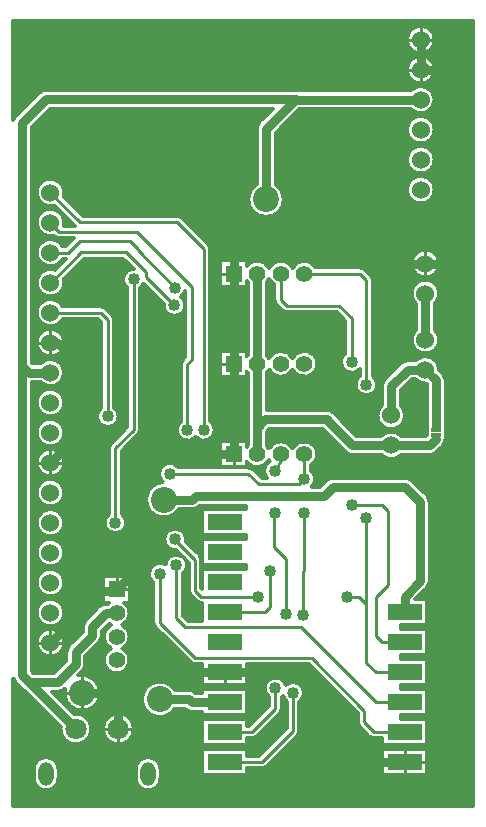
<source format=gtl>
G04 DesignSpark PCB Gerber Version 12.0 Build 5942*
%FSLAX35Y35*%
%MOMM*%
%AMT22*0 Bullet Pad at angle 0*4,1,26,-0.40000,-0.30000,0.40000,-0.30000,0.40000,-0.10000,0.39630,-0.04550,0.38520,0.00800,0.36690,0.05940,0.34180,0.10790,0.31030,0.15250,0.27300,0.19240,0.23060,0.22680,0.18400,0.25520,0.13390,0.27690,0.08130,0.29160,0.02720,0.29900,-0.02740,0.29900,-0.08150,0.29160,-0.13410,0.27690,-0.18420,0.25510,-0.23080,0.22670,-0.27310,0.19220,-0.31030,0.15230,-0.34180,0.10770,-0.36690,0.05920,-0.38520,0.00780,-0.39630,-0.04570,-0.40000,-0.10000,-0.40000,-0.30000,0*%
%ADD22T22*%
%ADD20O,1.30000X2.00000*%
%ADD17R,1.40000X1.42000*%
%ADD12C,0.25400*%
%ADD11C,0.30480*%
%ADD15C,0.60000*%
%ADD13C,0.80000*%
%ADD16C,1.01600*%
%ADD18C,1.40000*%
%ADD70C,1.52400*%
%ADD71C,1.80000*%
%ADD14C,2.20000*%
%ADD19R,3.00000X1.35000*%
%AMT21*0 Bullet Pad at angle 180*4,1,26,0.40000,0.30000,-0.40000,0.30000,-0.40000,0.10000,-0.39630,0.04550,-0.38520,-0.00800,-0.36690,-0.05940,-0.34180,-0.10790,-0.31030,-0.15250,-0.27300,-0.19240,-0.23060,-0.22680,-0.18400,-0.25520,-0.13390,-0.27690,-0.08130,-0.29160,-0.02720,-0.29900,0.02740,-0.29900,0.08150,-0.29160,0.13410,-0.27690,0.18420,-0.25510,0.23080,-0.22670,0.27310,-0.19220,0.31030,-0.15230,0.34180,-0.10770,0.36690,-0.05920,0.38520,-0.00780,0.39630,0.04570,0.40000,0.10000,0.40000,0.30000,0*%
%ADD21T21*%
%ADD23R,1.42000X1.40000*%
X0Y0D02*
D02*
D11*
X1021120Y2813480D02*
Y1741120D01*
X2990240D01*
Y2000140D01*
X2619640D01*
Y2216340D01*
X2990240D01*
Y2254140D01*
X2619640D01*
Y2470340D01*
X2990240D01*
Y2508140D01*
X2619640D01*
Y2535640D01*
X2543050D01*
G75*
G02*
X2473230Y2558230I-12810J79600D01*
G01*
X2471820Y2559640D01*
X2387500D01*
G75*
G02*
X2109600Y2640240I-127260J80600D01*
G01*
G75*
G02*
X2387500Y2720840I150640J0D01*
G01*
X2503260D01*
G75*
G02*
X2562250Y2697250I1980J-80600D01*
G01*
X2562660Y2696840D01*
X2619640D01*
Y2724340D01*
X2990240D01*
Y2762140D01*
X2619640D01*
Y2936940D01*
X2562410D01*
G75*
G02*
X2522520Y2952520I-2170J53300D01*
G01*
X2222520Y3252520D01*
G75*
G02*
X2206900Y3290240I37720J37720D01*
G01*
G75*
G02*
X2206940Y3292410I53350J100D01*
G01*
Y3630940D01*
G75*
G02*
X2309090Y3782540I53300J74300D01*
G01*
G75*
G02*
X2491680Y3775240I91150J-7300D01*
G01*
G75*
G02*
X2453540Y3700940I-91440J0D01*
G01*
Y3347380D01*
X2497380Y3303540D01*
X2619640D01*
Y3456940D01*
X2612410D01*
G75*
G02*
X2572520Y3472520I-2170J53300D01*
G01*
X2522520Y3522520D01*
G75*
G02*
X2506900Y3560240I37720J37720D01*
G01*
G75*
G02*
X2506940Y3562410I53350J100D01*
G01*
Y3798100D01*
X2400650Y3904390D01*
G75*
G02*
X2298800Y3995240I-10410J90850D01*
G01*
G75*
G02*
X2481680I91440J0D01*
G01*
G75*
G02*
X2479680Y3976240I-91430J20D01*
G01*
X2597960Y3857960D01*
G75*
G02*
X2613580Y3820240I-37720J-37720D01*
G01*
G75*
G02*
X2613540Y3818070I-53370J-100D01*
G01*
Y3582380D01*
X2619640Y3576280D01*
Y3740340D01*
X2990240D01*
Y3778140D01*
X2619640D01*
Y3994340D01*
X2990240D01*
Y4032140D01*
X2619640D01*
Y4248340D01*
X2990240D01*
Y4279640D01*
X2598680D01*
X2592260Y4273220D01*
G75*
G02*
X2532750Y4249640I-57020J57020D01*
G01*
X2422500D01*
G75*
G02*
X2144600Y4330240I-127260J80600D01*
G01*
G75*
G02*
X2239630Y4470240I150640J0D01*
G01*
X1938540D01*
Y4209540D01*
G75*
G02*
X1976680Y4135240I-53300J-74300D01*
G01*
G75*
G02*
X1793800I-91440J0D01*
G01*
G75*
G02*
X1831940Y4209540I91440J0D01*
G01*
Y4470240D01*
X1420400D01*
G75*
G02*
X1452080Y4390240I-85160J-80000D01*
G01*
G75*
G02*
X1218400I-116840J0D01*
G01*
G75*
G02*
X1250080Y4470240I116840J0D01*
G01*
X1175840D01*
Y2878680D01*
X1188680Y2865840D01*
X1366800D01*
X1469640Y2968680D01*
Y3037750D01*
G75*
G02*
X1469600Y3040240I80580J2540D01*
G01*
G75*
G02*
X1493220Y3097260I80640J0D01*
G01*
X1609640Y3213680D01*
Y3252750D01*
G75*
G02*
X1609600Y3255240I80580J2540D01*
G01*
G75*
G02*
X1633220Y3312260I80640J0D01*
G01*
X1748220Y3427260D01*
G75*
G02*
X1807730Y3450840I57020J-57020D01*
G01*
X1819450D01*
G75*
G02*
X1830060Y3459640I75790J-80580D01*
G01*
X1783640D01*
Y3680840D01*
X2006840D01*
Y3459640D01*
X1960420D01*
G75*
G02*
X1942580Y3270240I-65180J-89400D01*
G01*
G75*
G02*
Y3070240I-47340J-100000D01*
G01*
G75*
G02*
X1895240Y2859600I-47340J-100000D01*
G01*
G75*
G02*
X1847900Y3070240I0J110640D01*
G01*
G75*
G02*
Y3270240I47340J100000D01*
G01*
G75*
G02*
X1829950Y3280910I47310J100020D01*
G01*
X1770840Y3221800D01*
Y3182730D01*
G75*
G02*
X1770880Y3180240I-80620J-2540D01*
G01*
G75*
G02*
X1747260Y3123220I-80640J0D01*
G01*
X1630840Y3006800D01*
Y2937730D01*
G75*
G02*
X1630880Y2935240I-80620J-2540D01*
G01*
G75*
G02*
X1607260Y2878220I-80640J0D01*
G01*
X1570970Y2841930D01*
G75*
G02*
X1755880Y2695240I34270J-146690D01*
G01*
G75*
G02*
X1454600I-150640J0D01*
G01*
G75*
G02*
X1458550Y2729510I150640J0D01*
G01*
X1457260Y2728220D01*
G75*
G02*
X1397750Y2704640I-57020J57020D01*
G01*
X1349880D01*
X1534580Y2519940D01*
G75*
G02*
X1680880Y2390240I15660J-129700D01*
G01*
G75*
G02*
X1419600I-130640J0D01*
G01*
G75*
G02*
X1420540Y2405900I130650J20D01*
G01*
X1038220Y2788220D01*
G75*
G02*
X1021120Y2813480I57020J57020D01*
G01*
X2056640Y1975240D02*
Y2045240D01*
G75*
G02*
X2267840I105600J0D01*
G01*
Y1975240D01*
G75*
G02*
X2056640I-105600J0D01*
G01*
X1218400Y3120240D02*
G75*
G02*
X1452080I116840J0D01*
G01*
G75*
G02*
X1218400I-116840J0D01*
G01*
Y3374240D02*
G75*
G02*
X1452080I116840J0D01*
G01*
G75*
G02*
X1218400I-116840J0D01*
G01*
Y3628240D02*
G75*
G02*
X1452080I116840J0D01*
G01*
G75*
G02*
X1218400I-116840J0D01*
G01*
Y3882240D02*
G75*
G02*
X1452080I116840J0D01*
G01*
G75*
G02*
X1218400I-116840J0D01*
G01*
Y4136240D02*
G75*
G02*
X1452080I116840J0D01*
G01*
G75*
G02*
X1218400I-116840J0D01*
G01*
X1779600Y2390240D02*
G75*
G02*
X2040880I130640J0D01*
G01*
G75*
G02*
X1779600I-130640J0D01*
G01*
X1192640Y1975240D02*
Y2045240D01*
G75*
G02*
X1403840I105600J0D01*
G01*
Y1975240D01*
G75*
G02*
X1192640I-105600J0D01*
G01*
X1036360Y2010240D02*
G36*
X1036360Y2010240D02*
Y1756360D01*
X2975000D01*
Y2000140D01*
X2619640D01*
Y2010240D01*
X2267840D01*
Y1975240D01*
G75*
G02*
X2056640I-105600J0D01*
G01*
Y2010240D01*
X1403840D01*
Y1975240D01*
G75*
G02*
X1192640I-105600J0D01*
G01*
Y2010240D01*
X1036360D01*
G37*
Y2390240D02*
G36*
X1036360Y2390240D02*
Y2010240D01*
X1192640D01*
Y2045240D01*
G75*
G02*
X1403840I105600J0D01*
G01*
Y2010240D01*
X2056640D01*
Y2045240D01*
G75*
G02*
X2267840I105600J0D01*
G01*
Y2010240D01*
X2619640D01*
Y2216340D01*
X2975000D01*
Y2254140D01*
X2619640D01*
Y2390240D01*
X2040880D01*
G75*
G02*
X1779600I-130640J0D01*
G01*
X1680880D01*
G75*
G02*
X1419600I-130640J0D01*
G01*
X1036360D01*
G37*
Y2790140D02*
G36*
X1036360Y2790140D02*
Y2390240D01*
X1419600D01*
G75*
G02*
Y2390400I127320J80D01*
G01*
G75*
G02*
X1420540Y2405900I128240J0D01*
G01*
X1038220Y2788220D01*
G75*
G02*
X1036360Y2790140I56750J56840D01*
G01*
G37*
X1175840Y3120240D02*
G36*
X1175840Y3120240D02*
Y2878680D01*
X1188680Y2865840D01*
X1366800D01*
X1469640Y2968680D01*
Y3037750D01*
G75*
G02*
X1469600Y3040230I76910J2480D01*
G01*
G75*
G02*
Y3040240I81850J10D01*
G01*
G75*
G02*
X1493220Y3097260I80650J-10D01*
G01*
X1516200Y3120240D01*
X1452080D01*
G75*
G02*
X1218400I-116840J0D01*
G01*
X1175840D01*
G37*
X1397750Y2704640D02*
G36*
X1397750Y2704640D02*
X1349880D01*
X1534580Y2519940D01*
G75*
G02*
X1680880Y2390240I15660J-129700D01*
G01*
X1779600D01*
G75*
G02*
X2040880I130640J0D01*
G01*
X2619640D01*
Y2470340D01*
X2975000D01*
Y2508140D01*
X2619640D01*
Y2535640D01*
X2543050D01*
G75*
G02*
X2473230Y2558230I-12810J79590D01*
G01*
X2471820Y2559640D01*
X2387500D01*
G75*
G02*
X2109600Y2640240I-127260J80600D01*
G01*
G75*
G02*
X2387500Y2720840I150640J0D01*
G01*
X2503260D01*
G75*
G02*
X2562250Y2697250I1980J-80590D01*
G01*
X2562660Y2696840D01*
X2619640D01*
Y2724340D01*
X2975000D01*
Y2762140D01*
X2619640D01*
Y2936940D01*
X2562410D01*
G75*
G02*
X2522520Y2952520I-2180J53270D01*
G01*
X2354800Y3120240D01*
X1993940D01*
G75*
G02*
X1942580Y3070240I-98700J50010D01*
G01*
G75*
G02*
X2005880Y2970240I-47340J-100000D01*
G01*
G75*
G02*
X1895240Y2859600I-110640J0D01*
G01*
G75*
G02*
X1784600Y2970240I0J110640D01*
G01*
G75*
G02*
X1847900Y3070240I110640J0D01*
G01*
G75*
G02*
X1796540Y3120240I47340J100010D01*
G01*
X1744280D01*
X1630840Y3006800D01*
Y2937730D01*
G75*
G02*
X1630880Y2935250I-76910J-2480D01*
G01*
G75*
G02*
Y2935240I-81850J0D01*
G01*
G75*
G02*
X1607260Y2878220I-80650J10D01*
G01*
X1570970Y2841930D01*
G75*
G02*
X1755880Y2695240I34260J-146700D01*
G01*
G75*
G02*
X1454600I-150640J0D01*
G01*
G75*
G02*
Y2695260I190990J10D01*
G01*
G75*
G02*
X1458550Y2729510I150480J0D01*
G01*
X1457260Y2728220D01*
G75*
G02*
X1397750Y2704640I-57000J56980D01*
G01*
G37*
X1175840Y3374240D02*
G36*
X1175840Y3374240D02*
Y3120240D01*
X1218400D01*
G75*
G02*
X1452080I116840J0D01*
G01*
X1516200D01*
X1609640Y3213680D01*
Y3252750D01*
G75*
G02*
X1609600Y3255230I76910J2480D01*
G01*
G75*
G02*
Y3255240I81850J10D01*
G01*
G75*
G02*
X1633220Y3312260I80650J-10D01*
G01*
X1695200Y3374240D01*
X1452080D01*
G75*
G02*
X1218400I-116840J0D01*
G01*
X1175840D01*
G37*
X1747260Y3123220D02*
G36*
X1747260Y3123220D02*
X1744280Y3120240D01*
X1796540D01*
G75*
G02*
X1784600Y3170240I98700J50000D01*
G01*
G75*
G02*
X1847900Y3270240I110640J0D01*
G01*
G75*
G02*
X1829950Y3280910I47090J99660D01*
G01*
X1770840Y3221800D01*
Y3182730D01*
G75*
G02*
X1770880Y3180250I-76910J-2480D01*
G01*
G75*
G02*
Y3180240I-81850J0D01*
G01*
G75*
G02*
X1747260Y3123220I-80650J10D01*
G01*
G37*
X2005880Y3370240D02*
G36*
X2005880Y3370240D02*
G75*
G02*
X1942580Y3270240I-110640J0D01*
G01*
G75*
G02*
X2005880Y3170240I-47340J-100000D01*
G01*
G75*
G02*
X1993940Y3120240I-110640J0D01*
G01*
X2354800D01*
X2222520Y3252520D01*
G75*
G02*
X2206900Y3290240I37760J37730D01*
G01*
G75*
G02*
X2206940Y3292410I59450J-10D01*
G01*
Y3374240D01*
X2005810D01*
G75*
G02*
X2005880Y3370240I-110560J-3940D01*
G01*
G37*
X2453540Y3374240D02*
G36*
X2453540Y3374240D02*
Y3347380D01*
X2497380Y3303540D01*
X2619640D01*
Y3374240D01*
X2453540D01*
G37*
X1175840Y3628240D02*
G36*
X1175840Y3628240D02*
Y3374240D01*
X1218400D01*
G75*
G02*
X1452080I116840J0D01*
G01*
X1695200D01*
X1748220Y3427260D01*
G75*
G02*
X1807730Y3450840I57020J-57020D01*
G01*
X1819450D01*
G75*
G02*
X1830060Y3459640I75100J-79760D01*
G01*
X1783640D01*
Y3628240D01*
X1452080D01*
G75*
G02*
X1218400I-116840J0D01*
G01*
X1175840D01*
G37*
X1960420Y3459640D02*
G36*
X1960420Y3459640D02*
G75*
G02*
X2005810Y3374240I-65180J-89410D01*
G01*
X2206940D01*
Y3628240D01*
X2006840D01*
Y3459640D01*
X1960420D01*
G37*
X2453540Y3628240D02*
G36*
X2453540Y3628240D02*
Y3374240D01*
X2619640D01*
Y3456940D01*
X2612410D01*
G75*
G02*
X2572520Y3472520I-2180J53270D01*
G01*
X2522520Y3522520D01*
G75*
G02*
X2506900Y3560240I37760J37730D01*
G01*
G75*
G02*
X2506940Y3562410I59450J-10D01*
G01*
Y3628240D01*
X2453540D01*
G37*
X2613540D02*
G36*
X2613540Y3628240D02*
Y3582380D01*
X2619640Y3576280D01*
Y3628240D01*
X2613540D01*
G37*
X1175840Y3882240D02*
G36*
X1175840Y3882240D02*
Y3628240D01*
X1218400D01*
G75*
G02*
X1452080I116840J0D01*
G01*
X1783640D01*
Y3680840D01*
X2006840D01*
Y3628240D01*
X2206940D01*
Y3630940D01*
G75*
G02*
X2168800Y3705240I53300J74300D01*
G01*
G75*
G02*
X2309090Y3782540I91440J0D01*
G01*
G75*
G02*
X2491680Y3775240I91150J-7300D01*
G01*
G75*
G02*
Y3775230I-114590J0D01*
G01*
G75*
G02*
X2453540Y3700940I-91420J0D01*
G01*
Y3628240D01*
X2506940D01*
Y3798100D01*
X2422800Y3882240D01*
X1452080D01*
G75*
G02*
X1218400I-116840J0D01*
G01*
X1175840D01*
G37*
X2573680D02*
G36*
X2573680Y3882240D02*
X2597960Y3857960D01*
G75*
G02*
X2613580Y3820240I-37760J-37730D01*
G01*
G75*
G02*
Y3820230I-63660J0D01*
G01*
G75*
G02*
X2613540Y3818070I-58360J0D01*
G01*
Y3628240D01*
X2619640D01*
Y3740340D01*
X2975000D01*
Y3778140D01*
X2619640D01*
Y3882240D01*
X2573680D01*
G37*
X1175840Y4136240D02*
G36*
X1175840Y4136240D02*
Y3882240D01*
X1218400D01*
G75*
G02*
X1452080I116840J0D01*
G01*
X2422800D01*
X2400650Y3904390D01*
G75*
G02*
X2298800Y3995240I-10410J90850D01*
G01*
G75*
G02*
X2481680I91440J0D01*
G01*
G75*
G02*
Y3995220I-88150J-10D01*
G01*
G75*
G02*
X2479680Y3976240I-91060J0D01*
G01*
X2573680Y3882240D01*
X2619640D01*
Y3994340D01*
X2975000D01*
Y4032140D01*
X2619640D01*
Y4136240D01*
X1976670D01*
G75*
G02*
X1976680Y4135250I-91480J-1420D01*
G01*
G75*
G02*
Y4135240I-114590J0D01*
G01*
G75*
G02*
X1793800I-91440J0D01*
G01*
G75*
G02*
Y4135250I114590J10D01*
G01*
G75*
G02*
X1793810Y4136240I91490J-430D01*
G01*
X1452080D01*
G75*
G02*
X1218400I-116840J0D01*
G01*
X1175840D01*
G37*
Y4455000D02*
G36*
X1175840Y4455000D02*
Y4136240D01*
X1218400D01*
G75*
G02*
X1452080I116840J0D01*
G01*
X1793810D01*
G75*
G02*
X1831940Y4209540I91420J-990D01*
G01*
Y4455000D01*
X1432490D01*
G75*
G02*
X1452080Y4390240I-97290J-64770D01*
G01*
G75*
G02*
X1218400I-116840J0D01*
G01*
G75*
G02*
X1237990Y4455000I116880J-10D01*
G01*
X1175840D01*
G37*
X1938540D02*
G36*
X1938540Y4455000D02*
Y4209540D01*
G75*
G02*
X1976670Y4136240I-53290J-74290D01*
G01*
X2619640D01*
Y4248340D01*
X2975000D01*
Y4279640D01*
X2598680D01*
X2592260Y4273220D01*
G75*
G02*
X2532750Y4249640I-57000J56980D01*
G01*
X2422500D01*
G75*
G02*
X2144600Y4330240I-127260J80600D01*
G01*
G75*
G02*
X2210820Y4455000I150640J-10D01*
G01*
X1938540D01*
G37*
X1021120Y8379360D02*
Y7549000D01*
G75*
G02*
X1038220Y7574260I74120J-31760D01*
G01*
X1241220Y7777260D01*
G75*
G02*
X1300730Y7800840I57020J-57020D01*
G01*
X3407750D01*
G75*
G02*
X3432170Y7797840I2490J-80610D01*
G01*
X4385650D01*
G75*
G02*
X4587080Y7717240I84590J-80600D01*
G01*
G75*
G02*
X4385650Y7636640I-116840J0D01*
G01*
X3440680D01*
X3240840Y7436800D01*
Y7002500D01*
G75*
G02*
X3310880Y6875240I-80600J-127260D01*
G01*
G75*
G02*
X3009600I-150640J0D01*
G01*
G75*
G02*
X3079640Y7002500I150640J0D01*
G01*
Y7467750D01*
G75*
G02*
X3079600Y7470240I80580J2540D01*
G01*
G75*
G02*
X3103220Y7527260I80640J0D01*
G01*
X3215600Y7639640D01*
X1331680D01*
X1175840Y7483800D01*
Y5493680D01*
X1182680Y5486840D01*
X1250650D01*
G75*
G02*
X1452080Y5406240I84590J-80600D01*
G01*
G75*
G02*
X1250650Y5325640I-116840J0D01*
G01*
X1175840D01*
Y4180240D01*
X1227000D01*
G75*
G02*
X1443480I108240J-44000D01*
G01*
X1805640D01*
G75*
G02*
X1831940Y4209540I79600J-45000D01*
G01*
Y4763070D01*
G75*
G02*
X1831900Y4765240I53310J2070D01*
G01*
G75*
G02*
X1847520Y4802960I53340J0D01*
G01*
X1986940Y4942380D01*
Y6120940D01*
G75*
G02*
X2041070Y6286680I53300J74300D01*
G01*
X1953220Y6371940D01*
X1617380D01*
X1447180Y6201740D01*
G75*
G02*
X1452080Y6168240I-111950J-33480D01*
G01*
G75*
G02*
X1218400I-116840J0D01*
G01*
G75*
G02*
X1373280Y6278720I116840J0D01*
G01*
X1463500Y6368940D01*
X1439210D01*
G75*
G02*
X1218400Y6422240I-103970J53300D01*
G01*
G75*
G02*
X1439210Y6475540I116840J0D01*
G01*
X1465100D01*
X1531500Y6541940D01*
X1412410D01*
G75*
G02*
X1372520Y6557520I-2170J53300D01*
G01*
X1366410Y6563630D01*
G75*
G02*
X1218400Y6676240I-31170J112610D01*
G01*
G75*
G02*
X1452080I116840J0D01*
G01*
G75*
G02*
X1448750Y6648540I-116840J0D01*
G01*
X1541500D01*
X1371030Y6819010D01*
G75*
G02*
X1218400Y6930240I-35790J111230D01*
G01*
G75*
G02*
X1452080I116840J0D01*
G01*
G75*
G02*
X1446470Y6894450I-116860J-20D01*
G01*
X1607380Y6733540D01*
X2408070D01*
G75*
G02*
X2447960Y6717960I2170J-53300D01*
G01*
X2672960Y6492960D01*
G75*
G02*
X2688580Y6455240I-37720J-37720D01*
G01*
G75*
G02*
X2688540Y6453070I-53370J-100D01*
G01*
Y4994540D01*
G75*
G02*
X2726680Y4920240I-53300J-74300D01*
G01*
G75*
G02*
X2565240Y4861410I-91440J0D01*
G01*
G75*
G02*
X2403800Y4920240I-70000J58830D01*
G01*
G75*
G02*
X2441940Y4994540I91440J0D01*
G01*
Y5478070D01*
G75*
G02*
X2441900Y5480240I53310J2070D01*
G01*
G75*
G02*
X2457520Y5517960I53340J0D01*
G01*
X2476940Y5537380D01*
Y6096180D01*
G75*
G02*
X2439960Y6048500I-86700J29060D01*
G01*
G75*
G02*
X2476680Y5975240I-54720J-73260D01*
G01*
G75*
G02*
X2293800I-91440J0D01*
G01*
G75*
G02*
X2295000Y5990040I91460J30D01*
G01*
X2124740Y6160300D01*
G75*
G02*
X2093540Y6120940I-84500J34940D01*
G01*
Y4922410D01*
G75*
G02*
X2093580Y4920240I-53330J-2070D01*
G01*
G75*
G02*
X2077960Y4882520I-53340J0D01*
G01*
X1938540Y4743100D01*
Y4209540D01*
G75*
G02*
X1964840Y4180240I-53300J-74300D01*
G01*
X2281370D01*
G75*
G02*
X2285990Y4480600I13870J150000D01*
G01*
G75*
G02*
X2253800Y4550240I59250J69640D01*
G01*
G75*
G02*
X2419540Y4603540I91440J0D01*
G01*
X3008070D01*
G75*
G02*
X3047960Y4587960I2170J-53300D01*
G01*
X3122380Y4513540D01*
X3167750D01*
G75*
G02*
X3191940Y4655780I67490J61700D01*
G01*
G75*
G02*
X3185240Y4667900I93280J59480D01*
G01*
G75*
G02*
X2995840Y4650060I-100000J47340D01*
G01*
Y4603640D01*
X2774640D01*
Y4826840D01*
X2995840D01*
Y4780420D01*
G75*
G02*
X3004640Y4791030I89380J-65180D01*
G01*
Y4937750D01*
G75*
G02*
X3004600Y4940240I80580J2540D01*
G01*
G75*
G02*
X3004640Y4942730I80620J-50D01*
G01*
Y5404450D01*
G75*
G02*
X2995840Y5415060I80580J75790D01*
G01*
Y5368640D01*
X2774640D01*
Y5591840D01*
X2995840D01*
Y5545420D01*
G75*
G02*
X3004640Y5556030I89380J-65180D01*
G01*
Y6169450D01*
G75*
G02*
X2995840Y6180060I80580J75790D01*
G01*
Y6133640D01*
X2774640D01*
Y6356840D01*
X2995840D01*
Y6310420D01*
G75*
G02*
X3185240Y6292580I89400J-65180D01*
G01*
G75*
G02*
X3385240I100000J-47340D01*
G01*
G75*
G02*
X3582200Y6298540I100000J-47340D01*
G01*
X3953070D01*
G75*
G02*
X3992960Y6282960I2170J-53300D01*
G01*
X4047960Y6227960D01*
G75*
G02*
X4063580Y6190240I-37720J-37720D01*
G01*
G75*
G02*
X4063540Y6188070I-53370J-100D01*
G01*
Y5379540D01*
G75*
G02*
X4101680Y5305240I-53300J-74300D01*
G01*
G75*
G02*
X3918800I-91440J0D01*
G01*
G75*
G02*
X3956940Y5379540I91440J0D01*
G01*
Y5438490D01*
G75*
G02*
X3793800Y5495240I-71700J56750D01*
G01*
G75*
G02*
X3831940Y5569540I91440J0D01*
G01*
Y5843100D01*
X3758100Y5916940D01*
X3337410D01*
G75*
G02*
X3297520Y5932520I-2170J53300D01*
G01*
X3247520Y5982520D01*
G75*
G02*
X3231900Y6020240I37720J37720D01*
G01*
G75*
G02*
X3231940Y6022410I53350J100D01*
G01*
Y6148280D01*
G75*
G02*
X3185240Y6197900I53310J96960D01*
G01*
G75*
G02*
X3165840Y6169450I-99990J47340D01*
G01*
Y5556030D01*
G75*
G02*
X3185240Y5527580I-80590J-75790D01*
G01*
G75*
G02*
X3385240I100000J-47340D01*
G01*
G75*
G02*
X3595880Y5480240I100000J-47340D01*
G01*
G75*
G02*
X3385240Y5432900I-110640J0D01*
G01*
G75*
G02*
X3185240I-100000J47340D01*
G01*
G75*
G02*
X3165840Y5404450I-99990J47340D01*
G01*
Y5090840D01*
X3672330D01*
G75*
G02*
X3732270Y5067270I2910J-80600D01*
G01*
X3734260Y5065280D01*
G75*
G02*
X3745280Y5055270I-49030J-65040D01*
G01*
X3800280Y4995270D01*
G75*
G02*
X3805340Y4989180I-60050J-55040D01*
G01*
X3923680Y4870840D01*
X4135650D01*
G75*
G02*
X4304830I84590J-80600D01*
G01*
X4511800D01*
X4519640Y4878680D01*
Y4930840D01*
X4519830D01*
G75*
G02*
X4520260Y4935240I80410J-5640D01*
G01*
G75*
G02*
X4519640Y4945240I79970J9980D01*
G01*
Y5306800D01*
X4513010Y5313430D01*
G75*
G02*
X4425650Y5349640I-2770J116810D01*
G01*
X4393680D01*
X4300840Y5256800D01*
Y5128830D01*
G75*
G02*
X4337080Y5044240I-80600J-84590D01*
G01*
G75*
G02*
X4103400I-116840J0D01*
G01*
G75*
G02*
X4139640Y5128830I116840J0D01*
G01*
Y5287750D01*
G75*
G02*
X4139600Y5290240I80580J2540D01*
G01*
G75*
G02*
X4163220Y5347260I80640J0D01*
G01*
X4303220Y5487260D01*
G75*
G02*
X4362730Y5510840I57020J-57020D01*
G01*
X4425650D01*
G75*
G02*
X4627080Y5430240I84590J-80600D01*
G01*
G75*
G02*
X4627050Y5427470I-116970J-120D01*
G01*
X4657260Y5397260D01*
G75*
G02*
X4680880Y5340240I-57020J-57020D01*
G01*
G75*
G02*
X4680840Y5337750I-80660J50D01*
G01*
Y4945240D01*
G75*
G02*
X4680220Y4935240I-80600J-20D01*
G01*
G75*
G02*
X4680650Y4930840I-79980J-10040D01*
G01*
X4680840D01*
Y4864640D01*
X4680650D01*
G75*
G02*
X4679880Y4857860I-80470J5700D01*
G01*
G75*
G02*
X4680880Y4845240I-79620J-12660D01*
G01*
G75*
G02*
X4657260Y4788220I-80640J0D01*
G01*
X4602260Y4733220D01*
G75*
G02*
X4542750Y4709640I-57020J57020D01*
G01*
X4304830D01*
G75*
G02*
X4135650I-84590J80600D01*
G01*
X3892730D01*
G75*
G02*
X3833220Y4733220I-2490J80600D01*
G01*
X3691300Y4875140D01*
G75*
G02*
X3680200Y4885210I48940J65100D01*
G01*
X3639470Y4929640D01*
X3188680D01*
X3165840Y4906800D01*
Y4791030D01*
G75*
G02*
X3185240Y4762580I-80590J-75790D01*
G01*
G75*
G02*
X3385240I100000J-47340D01*
G01*
G75*
G02*
X3595880Y4715240I100000J-47340D01*
G01*
G75*
G02*
X3538540Y4618280I-110650J0D01*
G01*
Y4579540D01*
G75*
G02*
X3550150Y4440840I-53300J-74300D01*
G01*
X3616800D01*
X3668220Y4492260D01*
G75*
G02*
X3727730Y4515840I57020J-57020D01*
G01*
X4337750D01*
G75*
G02*
X4397260Y4492260I2490J-80600D01*
G01*
X4522260Y4367260D01*
G75*
G02*
X4545880Y4310240I-57020J-57020D01*
G01*
G75*
G02*
X4545840Y4307750I-80660J50D01*
G01*
Y4180240D01*
X4909360D01*
Y8379360D01*
X1021120D01*
X4353400Y7971240D02*
G75*
G02*
X4587080I116840J0D01*
G01*
G75*
G02*
X4353400I-116840J0D01*
G01*
Y8225240D02*
G75*
G02*
X4587080I116840J0D01*
G01*
G75*
G02*
X4353400I-116840J0D01*
G01*
Y6955240D02*
G75*
G02*
X4587080I116840J0D01*
G01*
G75*
G02*
X4353400I-116840J0D01*
G01*
X4393400Y5684240D02*
G75*
G02*
X4429640Y5768830I116840J0D01*
G01*
Y5990650D01*
G75*
G02*
X4393400Y6075240I80600J84590D01*
G01*
G75*
G02*
X4627080I116840J0D01*
G01*
G75*
G02*
X4590840Y5990650I-116840J0D01*
G01*
Y5768830D01*
G75*
G02*
X4627080Y5684240I-80600J-84590D01*
G01*
G75*
G02*
X4393400I-116840J0D01*
G01*
Y6329240D02*
G75*
G02*
X4627080I116840J0D01*
G01*
G75*
G02*
X4393400I-116840J0D01*
G01*
X4353400Y7209240D02*
G75*
G02*
X4587080I116840J0D01*
G01*
G75*
G02*
X4353400I-116840J0D01*
G01*
Y7463240D02*
G75*
G02*
X4587080I116840J0D01*
G01*
G75*
G02*
X4353400I-116840J0D01*
G01*
X1218400Y5660240D02*
G75*
G02*
X1452080I116840J0D01*
G01*
G75*
G02*
X1218400I-116840J0D01*
G01*
Y5914240D02*
G75*
G02*
X1439210Y5967540I116840J0D01*
G01*
X1759070D01*
G75*
G02*
X1798960Y5951960I2170J-53300D01*
G01*
X1857960Y5892960D01*
G75*
G02*
X1873580Y5855240I-37720J-37720D01*
G01*
G75*
G02*
X1873540Y5853070I-53370J-100D01*
G01*
Y5109540D01*
G75*
G02*
X1911680Y5035240I-53300J-74300D01*
G01*
G75*
G02*
X1728800I-91440J0D01*
G01*
G75*
G02*
X1766940Y5109540I91440J0D01*
G01*
Y5833100D01*
X1739100Y5860940D01*
X1439210D01*
G75*
G02*
X1218400Y5914240I-103970J53300D01*
G01*
Y4390240D02*
G75*
G02*
X1452080I116840J0D01*
G01*
G75*
G02*
X1218400I-116840J0D01*
G01*
Y4644240D02*
G75*
G02*
X1452080I116840J0D01*
G01*
G75*
G02*
X1218400I-116840J0D01*
G01*
Y4898240D02*
G75*
G02*
X1452080I116840J0D01*
G01*
G75*
G02*
X1218400I-116840J0D01*
G01*
Y5152240D02*
G75*
G02*
X1452080I116840J0D01*
G01*
G75*
G02*
X1218400I-116840J0D01*
G01*
X1175840Y4390240D02*
G36*
X1175840Y4390240D02*
Y4195480D01*
X1234530D01*
G75*
G02*
X1435950I100710J-59240D01*
G01*
X1816450D01*
G75*
G02*
X1831940Y4209540I68750J-60180D01*
G01*
Y4390240D01*
X1452080D01*
G75*
G02*
X1218400I-116840J0D01*
G01*
X1175840D01*
G37*
X1938540D02*
G36*
X1938540Y4390240D02*
Y4209540D01*
G75*
G02*
X1954030Y4195480I-53260J-74240D01*
G01*
X2227910D01*
G75*
G02*
X2144590Y4330240I67320J134760D01*
G01*
G75*
G02*
X2157060Y4390240I150660J-20D01*
G01*
X1938540D01*
G37*
X4499280D02*
G36*
X4499280Y4390240D02*
X4522260Y4367260D01*
G75*
G02*
X4545880Y4310240I-57030J-57030D01*
G01*
G75*
G02*
X4545840Y4307750I-78190J10D01*
G01*
Y4195480D01*
X4894120D01*
Y4390240D01*
X4499280D01*
G37*
X1175840Y4644240D02*
G36*
X1175840Y4644240D02*
Y4390240D01*
X1218400D01*
G75*
G02*
X1452080I116840J0D01*
G01*
X1831940D01*
Y4644240D01*
X1452080D01*
G75*
G02*
X1218400I-116840J0D01*
G01*
X1175840D01*
G37*
X1938540D02*
G36*
X1938540Y4644240D02*
Y4390240D01*
X2157060D01*
G75*
G02*
X2285990Y4480600I138180J-59990D01*
G01*
G75*
G02*
X2253800Y4550240I59260J69650D01*
G01*
G75*
G02*
X2419540Y4603540I91440J0D01*
G01*
X3008070D01*
G75*
G02*
X3047960Y4587960I2180J-53270D01*
G01*
X3122380Y4513540D01*
X3167750D01*
G75*
G02*
X3143800Y4575240I67490J61700D01*
G01*
G75*
G02*
X3175230Y4644240I91440J10D01*
G01*
X3170090D01*
G75*
G02*
X3000390I-84850J71000D01*
G01*
X2995840D01*
Y4603640D01*
X2774640D01*
Y4644240D01*
X1938540D01*
G37*
X3538540Y4618280D02*
G36*
X3538540Y4618280D02*
Y4579540D01*
G75*
G02*
X3576680Y4505240I-53300J-74300D01*
G01*
G75*
G02*
X3550150Y4440840I-91440J0D01*
G01*
X3616800D01*
X3668220Y4492260D01*
G75*
G02*
X3727730Y4515840I57020J-57020D01*
G01*
X4337750D01*
G75*
G02*
X4397260Y4492260I2490J-80600D01*
G01*
X4499280Y4390240D01*
X4894120D01*
Y4644240D01*
X3570090D01*
G75*
G02*
X3538540Y4618280I-84880J71010D01*
G01*
G37*
X1175840Y4898240D02*
G36*
X1175840Y4898240D02*
Y4644240D01*
X1218400D01*
G75*
G02*
X1452080I116840J0D01*
G01*
X1831940D01*
Y4763070D01*
G75*
G02*
X1831900Y4765230I58320J2160D01*
G01*
G75*
G02*
Y4765240I63660J10D01*
G01*
G75*
G02*
X1847520Y4802960I53380J-10D01*
G01*
X1942800Y4898240D01*
X1452080D01*
G75*
G02*
X1218400I-116840J0D01*
G01*
X1175840D01*
G37*
X1938540Y4743100D02*
G36*
X1938540Y4743100D02*
Y4644240D01*
X2774640D01*
Y4826840D01*
X2995840D01*
Y4780420D01*
G75*
G02*
X3004640Y4791030I88560J-64490D01*
G01*
Y4898240D01*
X2723990D01*
G75*
G02*
X2565240Y4861410I-88750J22000D01*
G01*
G75*
G02*
X2406490Y4898240I-70000J58830D01*
G01*
X2088830D01*
G75*
G02*
X2077960Y4882520I-48630J22010D01*
G01*
X1938540Y4743100D01*
G37*
X2995840Y4650060D02*
G36*
X2995840Y4650060D02*
Y4644240D01*
X3000390D01*
G75*
G02*
X2995840Y4650060I84870J71040D01*
G01*
G37*
X3165840Y4898240D02*
G36*
X3165840Y4898240D02*
Y4791030D01*
G75*
G02*
X3185240Y4762580I-80590J-75790D01*
G01*
G75*
G02*
X3385240I100000J-47340D01*
G01*
G75*
G02*
X3595880Y4715240I100000J-47340D01*
G01*
G75*
G02*
X3570090Y4644240I-110670J20D01*
G01*
X4894120D01*
Y4898240D01*
X4680840D01*
Y4864640D01*
X4680650D01*
G75*
G02*
X4679880Y4857860I-76800J5290D01*
G01*
G75*
G02*
X4680880Y4845250I-79010J-12610D01*
G01*
G75*
G02*
Y4845240I-81850J0D01*
G01*
G75*
G02*
X4657260Y4788220I-80650J10D01*
G01*
X4602260Y4733220D01*
G75*
G02*
X4542750Y4709640I-57000J56980D01*
G01*
X4304830D01*
G75*
G02*
X4135650I-84590J80600D01*
G01*
X3892730D01*
G75*
G02*
X3833220Y4733220I-2490J80600D01*
G01*
X3691300Y4875140D01*
G75*
G02*
X3680200Y4885210I49270J65460D01*
G01*
X3668260Y4898240D01*
X3165840D01*
G37*
X3170090Y4644240D02*
G36*
X3170090Y4644240D02*
X3175230D01*
G75*
G02*
X3191940Y4655780I60000J-69020D01*
G01*
G75*
G02*
X3185240Y4667900I92150J58850D01*
G01*
G75*
G02*
X3170090Y4644240I-100010J47360D01*
G01*
G37*
X3896280Y4898240D02*
G36*
X3896280Y4898240D02*
X3923680Y4870840D01*
X4135650D01*
G75*
G02*
X4175660Y4898240I84590J-80610D01*
G01*
X3896280D01*
G37*
X4264820D02*
G36*
X4264820Y4898240D02*
G75*
G02*
X4304830Y4870840I-44580J-108010D01*
G01*
X4511800D01*
X4519640Y4878680D01*
Y4898240D01*
X4264820D01*
G37*
X1175840Y5152240D02*
G36*
X1175840Y5152240D02*
Y4898240D01*
X1218400D01*
G75*
G02*
X1452080I116840J0D01*
G01*
X1942800D01*
X1986940Y4942380D01*
Y5152240D01*
X1873540D01*
Y5109540D01*
G75*
G02*
X1911680Y5035250I-53280J-74290D01*
G01*
G75*
G02*
Y5035240I-114590J0D01*
G01*
G75*
G02*
X1728800I-91440J0D01*
G01*
G75*
G02*
Y5035250I114590J10D01*
G01*
G75*
G02*
X1766940Y5109540I91420J0D01*
G01*
Y5152240D01*
X1452080D01*
G75*
G02*
X1218400I-116840J0D01*
G01*
X1175840D01*
G37*
X2093540D02*
G36*
X2093540Y5152240D02*
Y4922410D01*
G75*
G02*
X2093580Y4920250I-58320J-2160D01*
G01*
G75*
G02*
Y4920240I-63660J0D01*
G01*
G75*
G02*
X2088830Y4898240I-53380J10D01*
G01*
X2406490D01*
G75*
G02*
X2403800Y4920240I88760J22020D01*
G01*
G75*
G02*
Y4920250I114590J10D01*
G01*
G75*
G02*
X2441940Y4994540I91420J0D01*
G01*
Y5152240D01*
X2093540D01*
G37*
X2688540D02*
G36*
X2688540Y5152240D02*
Y4994540D01*
G75*
G02*
X2726680Y4920250I-53280J-74290D01*
G01*
G75*
G02*
Y4920240I-114590J0D01*
G01*
G75*
G02*
X2723990Y4898240I-91450J20D01*
G01*
X3004640D01*
Y4937750D01*
G75*
G02*
X3004600Y4940230I76910J2480D01*
G01*
G75*
G02*
Y4940240I81850J10D01*
G01*
G75*
G02*
Y4940250I81850J10D01*
G01*
G75*
G02*
X3004640Y4942730I76950J0D01*
G01*
Y5152240D01*
X2688540D01*
G37*
X3165840Y4906800D02*
G36*
X3165840Y4906800D02*
Y4898240D01*
X3668260D01*
X3639470Y4929640D01*
X3188680D01*
X3165840Y4906800D01*
G37*
Y5152240D02*
G36*
X3165840Y5152240D02*
Y5090840D01*
X3672330D01*
G75*
G02*
X3732270Y5067270I2910J-80600D01*
G01*
X3734260Y5065280D01*
G75*
G02*
X3745280Y5055270I-48620J-64600D01*
G01*
X3800280Y4995270D01*
G75*
G02*
X3805340Y4989180I-60630J-55530D01*
G01*
X3896280Y4898240D01*
X4175660D01*
G75*
G02*
X4264820I44580J-108000D01*
G01*
X4519640D01*
Y4930840D01*
X4519830D01*
G75*
G02*
X4520260Y4935240I70010J-4620D01*
G01*
G75*
G02*
X4519640Y4945080I77750J9840D01*
G01*
G75*
G02*
Y4945240I78350J80D01*
G01*
Y5152240D01*
X4300840D01*
Y5128830D01*
G75*
G02*
X4337080Y5044240I-80600J-84590D01*
G01*
G75*
G02*
X4103400I-116840J0D01*
G01*
G75*
G02*
X4139640Y5128830I116840J0D01*
G01*
Y5152240D01*
X3165840D01*
G37*
X4680220Y4935240D02*
G36*
X4680220Y4935240D02*
G75*
G02*
X4680650Y4930840I-69580J-9020D01*
G01*
X4680840D01*
Y4898240D01*
X4894120D01*
Y5152240D01*
X4680840D01*
Y4945240D01*
G75*
G02*
Y4945080I-78350J-80D01*
G01*
G75*
G02*
X4680220Y4935240I-78370J0D01*
G01*
G37*
X1175840Y5325640D02*
G36*
X1175840Y5325640D02*
Y5152240D01*
X1218400D01*
G75*
G02*
X1452080I116840J0D01*
G01*
X1766940D01*
Y5660240D01*
X1452080D01*
G75*
G02*
X1218400I-116840J0D01*
G01*
X1175840D01*
Y5493680D01*
X1182680Y5486840D01*
X1250650D01*
G75*
G02*
X1452080Y5406240I84590J-80600D01*
G01*
G75*
G02*
X1250650Y5325640I-116840J0D01*
G01*
X1175840D01*
G37*
X1873540Y5660240D02*
G36*
X1873540Y5660240D02*
Y5152240D01*
X1986940D01*
Y5660240D01*
X1873540D01*
G37*
X2093540D02*
G36*
X2093540Y5660240D02*
Y5152240D01*
X2441940D01*
Y5478070D01*
G75*
G02*
X2441900Y5480230I58320J2160D01*
G01*
G75*
G02*
Y5480240I63660J10D01*
G01*
G75*
G02*
X2457520Y5517960I53380J-10D01*
G01*
X2476940Y5537380D01*
Y5660240D01*
X2093540D01*
G37*
X2688540D02*
G36*
X2688540Y5660240D02*
Y5152240D01*
X3004640D01*
Y5404450D01*
G75*
G02*
X2995840Y5415060I79760J75100D01*
G01*
Y5368640D01*
X2774640D01*
Y5591840D01*
X2995840D01*
Y5545420D01*
G75*
G02*
X3004640Y5556030I88560J-64490D01*
G01*
Y5660240D01*
X2688540D01*
G37*
X3165840Y5404450D02*
G36*
X3165840Y5404450D02*
Y5152240D01*
X4139640D01*
Y5287750D01*
G75*
G02*
X4139600Y5290230I76910J2480D01*
G01*
G75*
G02*
Y5290240I81850J10D01*
G01*
G75*
G02*
X4163220Y5347260I80650J-10D01*
G01*
X4303220Y5487260D01*
G75*
G02*
X4362730Y5510840I57020J-57020D01*
G01*
X4425650D01*
G75*
G02*
X4627080Y5430240I84590J-80600D01*
G01*
G75*
G02*
X4627050Y5427470I-194030J720D01*
G01*
X4657260Y5397260D01*
G75*
G02*
X4680880Y5340240I-57030J-57030D01*
G01*
G75*
G02*
X4680840Y5337750I-78190J10D01*
G01*
Y5152240D01*
X4894120D01*
Y5660240D01*
X4624590D01*
G75*
G02*
X4395890I-114350J24000D01*
G01*
X4063540D01*
Y5379540D01*
G75*
G02*
X4101680Y5305250I-53280J-74290D01*
G01*
G75*
G02*
Y5305240I-114590J0D01*
G01*
G75*
G02*
X3918800I-91440J0D01*
G01*
G75*
G02*
Y5305250I114590J10D01*
G01*
G75*
G02*
X3956940Y5379540I91420J0D01*
G01*
Y5438490D01*
G75*
G02*
X3793800Y5495230I-71700J56740D01*
G01*
G75*
G02*
Y5495240I143240J10D01*
G01*
G75*
G02*
Y5495250I114590J10D01*
G01*
G75*
G02*
X3831940Y5569540I91420J0D01*
G01*
Y5660240D01*
X3165840D01*
Y5556030D01*
G75*
G02*
X3185240Y5527580I-80590J-75790D01*
G01*
G75*
G02*
X3385240I100000J-47340D01*
G01*
G75*
G02*
X3595880Y5480240I100000J-47340D01*
G01*
G75*
G02*
X3385240Y5432900I-110640J0D01*
G01*
G75*
G02*
X3185240I-100000J47340D01*
G01*
G75*
G02*
X3165840Y5404450I-100370J47600D01*
G01*
G37*
X4300840Y5256800D02*
G36*
X4300840Y5256800D02*
Y5152240D01*
X4519640D01*
Y5306800D01*
X4513010Y5313430D01*
G75*
G02*
X4425650Y5349640I-2780J116780D01*
G01*
X4393680D01*
X4300840Y5256800D01*
G37*
X1175840Y5879740D02*
G36*
X1175840Y5879740D02*
Y5660240D01*
X1218400D01*
G75*
G02*
X1452080I116840J0D01*
G01*
X1766940D01*
Y5833100D01*
X1739100Y5860940D01*
X1439210D01*
G75*
G02*
X1223610Y5879740I-103970J53290D01*
G01*
X1175840D01*
G37*
X1873540Y5853070D02*
G36*
X1873540Y5853070D02*
Y5660240D01*
X1986940D01*
Y5879740D01*
X1867620D01*
G75*
G02*
X1873580Y5855240I-47420J-24510D01*
G01*
G75*
G02*
Y5855230I-63660J0D01*
G01*
G75*
G02*
X1873540Y5853070I-58360J0D01*
G01*
G37*
X2093540Y5879740D02*
G36*
X2093540Y5879740D02*
Y5660240D01*
X2476940D01*
Y5879740D01*
X2093540D01*
G37*
X2688540D02*
G36*
X2688540Y5879740D02*
Y5660240D01*
X3004640D01*
Y5879740D01*
X2688540D01*
G37*
X3165840D02*
G36*
X3165840Y5879740D02*
Y5660240D01*
X3831940D01*
Y5843100D01*
X3795300Y5879740D01*
X3165840D01*
G37*
X4063540D02*
G36*
X4063540Y5879740D02*
Y5660240D01*
X4395890D01*
G75*
G02*
X4393400Y5684240I114350J23990D01*
G01*
G75*
G02*
X4429640Y5768830I116840J0D01*
G01*
Y5879740D01*
X4063540D01*
G37*
X4590840D02*
G36*
X4590840Y5879740D02*
Y5768830D01*
G75*
G02*
X4627080Y5684240I-80600J-84590D01*
G01*
G75*
G02*
X4624590Y5660240I-116840J-10D01*
G01*
X4894120D01*
Y5879740D01*
X4590840D01*
G37*
X1175840Y6329240D02*
G36*
X1175840Y6329240D02*
Y5879740D01*
X1223610D01*
G75*
G02*
X1218400Y5914230I111620J34500D01*
G01*
G75*
G02*
Y5914240I286480J10D01*
G01*
G75*
G02*
Y5914250I286480J10D01*
G01*
G75*
G02*
X1439210Y5967540I116840J0D01*
G01*
X1759070D01*
G75*
G02*
X1798960Y5951960I2180J-53270D01*
G01*
X1857960Y5892960D01*
G75*
G02*
X1867620Y5879740I-37760J-37730D01*
G01*
X1986940D01*
Y6120940D01*
G75*
G02*
X1948800Y6195240I53300J74300D01*
G01*
G75*
G02*
X2041070Y6286680I91450J0D01*
G01*
X1997220Y6329240D01*
X1574680D01*
X1447180Y6201740D01*
G75*
G02*
X1452080Y6168260I-111920J-33480D01*
G01*
G75*
G02*
Y6168240I-104170J-10D01*
G01*
G75*
G02*
X1218400I-116840J0D01*
G01*
G75*
G02*
X1373280Y6278720I116850J-10D01*
G01*
X1423800Y6329240D01*
X1405970D01*
G75*
G02*
X1264510I-70730J92990D01*
G01*
X1175840D01*
G37*
X2093540Y6120940D02*
G36*
X2093540Y6120940D02*
Y5879740D01*
X2476940D01*
Y6096180D01*
G75*
G02*
X2439960Y6048500I-86640J29020D01*
G01*
G75*
G02*
X2476680Y5975250I-54700J-73250D01*
G01*
G75*
G02*
Y5975240I-143240J0D01*
G01*
G75*
G02*
X2293800I-91440J0D01*
G01*
G75*
G02*
X2295000Y5990040I91850J0D01*
G01*
X2124740Y6160300D01*
G75*
G02*
X2093540Y6120940I-84480J34920D01*
G01*
G37*
X2688540Y6329240D02*
G36*
X2688540Y6329240D02*
Y5879740D01*
X3004640D01*
Y6169450D01*
G75*
G02*
X2995840Y6180060I79760J75100D01*
G01*
Y6133640D01*
X2774640D01*
Y6329240D01*
X2688540D01*
G37*
X2995840D02*
G36*
X2995840Y6329240D02*
Y6310420D01*
G75*
G02*
X3013230Y6329240I89400J-65160D01*
G01*
X2995840D01*
G37*
X3165840Y6169450D02*
G36*
X3165840Y6169450D02*
Y5879740D01*
X3795300D01*
X3758100Y5916940D01*
X3337410D01*
G75*
G02*
X3297520Y5932520I-2180J53270D01*
G01*
X3247520Y5982520D01*
G75*
G02*
X3231900Y6020240I37760J37730D01*
G01*
G75*
G02*
X3231940Y6022410I59450J-10D01*
G01*
Y6148280D01*
G75*
G02*
X3185240Y6197900I53310J96950D01*
G01*
G75*
G02*
X3165840Y6169450I-100370J47600D01*
G01*
G37*
X3157250Y6329240D02*
G36*
X3157250Y6329240D02*
G75*
G02*
X3185240Y6292580I-72010J-83990D01*
G01*
G75*
G02*
X3213230Y6329240I100000J-47340D01*
G01*
X3157250D01*
G37*
X3357250D02*
G36*
X3357250Y6329240D02*
G75*
G02*
X3385240Y6292580I-72010J-84000D01*
G01*
G75*
G02*
X3413230Y6329240I100000J-47340D01*
G01*
X3357250D01*
G37*
X3557250D02*
G36*
X3557250Y6329240D02*
G75*
G02*
X3582200Y6298540I-72010J-84010D01*
G01*
X3953070D01*
G75*
G02*
X3992960Y6282960I2180J-53270D01*
G01*
X4047960Y6227960D01*
G75*
G02*
X4063580Y6190240I-37760J-37730D01*
G01*
G75*
G02*
Y6190230I-63660J0D01*
G01*
G75*
G02*
X4063540Y6188070I-58360J0D01*
G01*
Y5879740D01*
X4429640D01*
Y5990650D01*
G75*
G02*
X4393400Y6075240I80600J84590D01*
G01*
G75*
G02*
X4627080I116840J0D01*
G01*
G75*
G02*
X4590840Y5990650I-116840J0D01*
G01*
Y5879740D01*
X4894120D01*
Y6329240D01*
X4627080D01*
G75*
G02*
X4393400I-116840J0D01*
G01*
X3557250D01*
G37*
X1175840Y6955240D02*
G36*
X1175840Y6955240D02*
Y6329240D01*
X1264510D01*
G75*
G02*
X1218400Y6422230I70730J93000D01*
G01*
G75*
G02*
Y6422240I286480J10D01*
G01*
G75*
G02*
Y6422250I286480J10D01*
G01*
G75*
G02*
X1439210Y6475540I116840J0D01*
G01*
X1465100D01*
X1531500Y6541940D01*
X1412410D01*
G75*
G02*
X1372520Y6557520I-2180J53270D01*
G01*
X1366410Y6563630D01*
G75*
G02*
X1218400Y6676240I-31160J112620D01*
G01*
G75*
G02*
X1452080I116840J0D01*
G01*
G75*
G02*
X1448750Y6648540I-117500J70D01*
G01*
X1541500D01*
X1371030Y6819010D01*
G75*
G02*
X1218400Y6930240I-35780J111230D01*
G01*
G75*
G02*
X1221110Y6955240I116850J-20D01*
G01*
X1175840D01*
G37*
X1405970Y6329240D02*
G36*
X1405970Y6329240D02*
X1423800D01*
X1463500Y6368940D01*
X1439210D01*
G75*
G02*
X1405970Y6329240I-103970J53290D01*
G01*
G37*
X1449370Y6955240D02*
G36*
X1449370Y6955240D02*
G75*
G02*
X1452080Y6930240I-114140J-25020D01*
G01*
G75*
G02*
Y6930230I-286480J0D01*
G01*
G75*
G02*
X1446470Y6894450I-116920J0D01*
G01*
X1607380Y6733540D01*
X2408070D01*
G75*
G02*
X2447960Y6717960I2180J-53270D01*
G01*
X2672960Y6492960D01*
G75*
G02*
X2688580Y6455240I-37760J-37730D01*
G01*
G75*
G02*
Y6455230I-63660J0D01*
G01*
G75*
G02*
X2688540Y6453070I-58360J0D01*
G01*
Y6329240D01*
X2774640D01*
Y6356840D01*
X2995840D01*
Y6329240D01*
X3013230D01*
G75*
G02*
X3157250I72010J-84010D01*
G01*
X3213230D01*
G75*
G02*
X3357250I72010J-84000D01*
G01*
X3413230D01*
G75*
G02*
X3557250I72010J-84000D01*
G01*
X4393400D01*
G75*
G02*
X4627080I116840J0D01*
G01*
X4894120D01*
Y6955240D01*
X4587080D01*
G75*
G02*
X4353400I-116840J0D01*
G01*
X3287880D01*
G75*
G02*
X3310880Y6875240I-127660J-80010D01*
G01*
G75*
G02*
X3009600I-150640J0D01*
G01*
G75*
G02*
X3032600Y6955240I150660J-10D01*
G01*
X1449370D01*
G37*
X1617380Y6371940D02*
G36*
X1617380Y6371940D02*
X1574680Y6329240D01*
X1997220D01*
X1953220Y6371940D01*
X1617380D01*
G37*
X1175840Y7209240D02*
G36*
X1175840Y7209240D02*
Y6955240D01*
X1221110D01*
G75*
G02*
X1449370I114130J-25000D01*
G01*
X3032600D01*
G75*
G02*
X3079640Y7002500I127660J-80020D01*
G01*
Y7209240D01*
X1175840D01*
G37*
X3240840D02*
G36*
X3240840Y7209240D02*
Y7002500D01*
G75*
G02*
X3287880Y6955240I-80620J-127280D01*
G01*
X4353400D01*
G75*
G02*
X4587080I116840J0D01*
G01*
X4894120D01*
Y7209240D01*
X4587080D01*
G75*
G02*
X4353400I-116840J0D01*
G01*
X3240840D01*
G37*
X1175840Y7463240D02*
G36*
X1175840Y7463240D02*
Y7209240D01*
X3079640D01*
Y7463240D01*
X1175840D01*
G37*
X3240840Y7436800D02*
G36*
X3240840Y7436800D02*
Y7209240D01*
X4353400D01*
G75*
G02*
X4587080I116840J0D01*
G01*
X4894120D01*
Y7463240D01*
X4587080D01*
G75*
G02*
X4353400I-116840J0D01*
G01*
X3267280D01*
X3240840Y7436800D01*
G37*
X1036360Y7971240D02*
G36*
X1036360Y7971240D02*
Y7572340D01*
G75*
G02*
X1038220Y7574260I58610J-54920D01*
G01*
X1241220Y7777260D01*
G75*
G02*
X1300730Y7800840I57020J-57020D01*
G01*
X3407750D01*
G75*
G02*
X3432170Y7797840I2530J-80290D01*
G01*
X4385650D01*
G75*
G02*
X4587080Y7717240I84590J-80600D01*
G01*
G75*
G02*
X4385650Y7636640I-116840J0D01*
G01*
X3440680D01*
X3267280Y7463240D01*
X4353400D01*
G75*
G02*
X4587080I116840J0D01*
G01*
X4894120D01*
Y7971240D01*
X4587080D01*
G75*
G02*
X4353400I-116840J0D01*
G01*
X1036360D01*
G37*
X1175840Y7483800D02*
G36*
X1175840Y7483800D02*
Y7463240D01*
X3079640D01*
Y7467750D01*
G75*
G02*
X3079600Y7470230I76910J2480D01*
G01*
G75*
G02*
Y7470240I81850J10D01*
G01*
G75*
G02*
X3103220Y7527260I80650J-10D01*
G01*
X3215600Y7639640D01*
X1331680D01*
X1175840Y7483800D01*
G37*
X1036360Y8225240D02*
G36*
X1036360Y8225240D02*
Y7971240D01*
X4353400D01*
G75*
G02*
X4587080I116840J0D01*
G01*
X4894120D01*
Y8225240D01*
X4587080D01*
G75*
G02*
X4353400I-116840J0D01*
G01*
X1036360D01*
G37*
Y8364120D02*
G36*
X1036360Y8364120D02*
Y8225240D01*
X4353400D01*
G75*
G02*
X4587080I116840J0D01*
G01*
X4894120D01*
Y8364120D01*
X1036360D01*
G37*
X2535240Y2943120D02*
Y2715080D01*
G75*
G02*
X2562250Y2697250I-30010J-74840D01*
G01*
X2562660Y2696840D01*
X2619640D01*
Y2724340D01*
X3000840D01*
Y2508140D01*
X2619640D01*
Y2535640D01*
X2543050D01*
G75*
G02*
X2535240Y2534770I-12820J79590D01*
G01*
Y1741120D01*
X4505240D01*
Y2000140D01*
X4143640D01*
Y2216340D01*
X4505240D01*
Y2254140D01*
X4143640D01*
Y2308940D01*
X4075410D01*
G75*
G02*
X4035520Y2324520I-2170J53300D01*
G01*
X3952520Y2407520D01*
G75*
G02*
X3936900Y2445240I37720J37720D01*
G01*
G75*
G02*
X3936940Y2447410I53350J100D01*
G01*
Y2523100D01*
X3523100Y2936940D01*
X3000840D01*
Y2762140D01*
X2619640D01*
Y2936940D01*
X2562410D01*
G75*
G02*
X2535240Y2943120I-2160J53300D01*
G01*
X3148800Y2735240D02*
G75*
G02*
X3327690Y2761940I91440J0D01*
G01*
G75*
G02*
X3481680Y2695240I62550J-66700D01*
G01*
G75*
G02*
X3443540Y2620940I-91440J0D01*
G01*
Y2375410D01*
G75*
G02*
X3443580Y2373240I-53330J-2070D01*
G01*
G75*
G02*
X3427960Y2335520I-53340J0D01*
G01*
X3162960Y2070520D01*
G75*
G02*
X3123070Y2054940I-37720J37720D01*
G01*
X3000840D01*
Y2000140D01*
X2619640D01*
Y2216340D01*
X3000840D01*
Y2161540D01*
X3103100D01*
X3336940Y2395380D01*
Y2620940D01*
G75*
G02*
X3302790Y2668540I53310J74300D01*
G01*
G75*
G02*
X3293540Y2660940I-62580J66740D01*
G01*
Y2564410D01*
G75*
G02*
X3293580Y2562240I-53330J-2070D01*
G01*
G75*
G02*
X3277960Y2524520I-53340J0D01*
G01*
X3077960Y2324520D01*
G75*
G02*
X3038070Y2308940I-37720J37720D01*
G01*
X3000840D01*
Y2254140D01*
X2619640D01*
Y2470340D01*
X3000840D01*
Y2415540D01*
X3018100D01*
X3186940Y2584380D01*
Y2660940D01*
G75*
G02*
X3148800Y2735240I53300J74300D01*
G01*
X2550480Y2413410D02*
G36*
X2550480Y2413410D02*
Y1756360D01*
X4490000D01*
Y2000140D01*
X4143640D01*
Y2216340D01*
X4490000D01*
Y2254140D01*
X4143640D01*
Y2308940D01*
X4075410D01*
G75*
G02*
X4035520Y2324520I-2180J53270D01*
G01*
X3952520Y2407520D01*
G75*
G02*
X3947440Y2413410I37760J37700D01*
G01*
X3443540D01*
Y2375410D01*
G75*
G02*
X3443580Y2373250I-58320J-2160D01*
G01*
G75*
G02*
Y2373240I-63660J0D01*
G01*
G75*
G02*
X3427960Y2335520I-53380J10D01*
G01*
X3162960Y2070520D01*
G75*
G02*
X3123070Y2054940I-37710J37690D01*
G01*
X3000840D01*
Y2000140D01*
X2619640D01*
Y2216340D01*
X3000840D01*
Y2161540D01*
X3103100D01*
X3336940Y2395380D01*
Y2413410D01*
X3166850D01*
X3077960Y2324520D01*
G75*
G02*
X3038070Y2308940I-37710J37690D01*
G01*
X3000840D01*
Y2254140D01*
X2619640D01*
Y2413410D01*
X2550480D01*
G37*
Y2535640D02*
G36*
X2550480Y2535640D02*
Y2413410D01*
X2619640D01*
Y2470340D01*
X3000840D01*
Y2415540D01*
X3018100D01*
X3186940Y2584380D01*
Y2660940D01*
G75*
G02*
X3148800Y2735230I53280J74290D01*
G01*
G75*
G02*
Y2735240I114590J10D01*
G01*
G75*
G02*
X3327690Y2761940I91440J-10D01*
G01*
G75*
G02*
X3481680Y2695240I62550J-66700D01*
G01*
G75*
G02*
Y2695230I-114590J0D01*
G01*
G75*
G02*
X3443540Y2620940I-91420J0D01*
G01*
Y2413410D01*
X3947440D01*
G75*
G02*
X3936900Y2445240I42840J31850D01*
G01*
G75*
G02*
X3936940Y2447410I59450J-10D01*
G01*
Y2523100D01*
X3532160Y2927880D01*
X3000840D01*
Y2762140D01*
X2619640D01*
Y2927880D01*
X2550480D01*
Y2706970D01*
G75*
G02*
X2562250Y2697250I-45300J-66850D01*
G01*
X2562660Y2696840D01*
X2619640D01*
Y2724340D01*
X3000840D01*
Y2508140D01*
X2619640D01*
Y2535640D01*
X2550480D01*
G37*
X3277960Y2524520D02*
G36*
X3277960Y2524520D02*
X3166850Y2413410D01*
X3336940D01*
Y2620940D01*
G75*
G02*
X3302790Y2668540I53300J74290D01*
G01*
G75*
G02*
X3293540Y2660940I-62810J67020D01*
G01*
Y2564410D01*
G75*
G02*
X3293580Y2562250I-58320J-2160D01*
G01*
G75*
G02*
Y2562240I-63660J0D01*
G01*
G75*
G02*
X3277960Y2524520I-53380J10D01*
G01*
G37*
X4300240Y4550240D02*
Y4515840D01*
X4337750D01*
G75*
G02*
X4397260Y4492260I2490J-80600D01*
G01*
X4522260Y4367260D01*
G75*
G02*
X4545880Y4310240I-57020J-57020D01*
G01*
G75*
G02*
X4545840Y4307750I-80660J50D01*
G01*
Y3642730D01*
G75*
G02*
X4545880Y3640240I-80620J-2540D01*
G01*
G75*
G02*
X4522260Y3583220I-80640J0D01*
G01*
X4425380Y3486340D01*
X4524840D01*
Y3270140D01*
X4300240D01*
Y3232340D01*
X4524840D01*
Y3016140D01*
X4300240D01*
Y2978340D01*
X4524840D01*
Y2762140D01*
X4300240D01*
Y2724340D01*
X4524840D01*
Y2508140D01*
X4300240D01*
Y2470340D01*
X4524840D01*
Y2254140D01*
X4300240D01*
Y2216340D01*
X4524840D01*
Y2000140D01*
X4300240D01*
Y1741120D01*
X4909360D01*
Y4550240D01*
X4300240D01*
G36*
X4300240Y4550240D02*
Y4515840D01*
X4337750D01*
G75*
G02*
X4397260Y4492260I2490J-80600D01*
G01*
X4522260Y4367260D01*
G75*
G02*
X4545880Y4310240I-57020J-57020D01*
G01*
G75*
G02*
X4545840Y4307750I-80660J50D01*
G01*
Y3642730D01*
G75*
G02*
X4545880Y3640240I-80620J-2540D01*
G01*
G75*
G02*
X4522260Y3583220I-80640J0D01*
G01*
X4425380Y3486340D01*
X4524840D01*
Y3270140D01*
X4300240D01*
Y3232340D01*
X4524840D01*
Y3016140D01*
X4300240D01*
Y2978340D01*
X4524840D01*
Y2762140D01*
X4300240D01*
Y2724340D01*
X4524840D01*
Y2508140D01*
X4300240D01*
Y2470340D01*
X4524840D01*
Y2254140D01*
X4300240D01*
Y2216340D01*
X4524840D01*
Y2000140D01*
X4300240D01*
Y1741120D01*
X4909360D01*
Y4550240D01*
X4300240D01*
G37*
D02*
D12*
X1271740Y3120240D02*
X1218400D01*
X1271740Y4644240D02*
X1218400D01*
X1271740Y5660240D02*
X1218400D01*
X1335240Y3056740D02*
Y3003400D01*
Y3183740D02*
Y3237080D01*
Y4580740D02*
Y4527400D01*
Y4707740D02*
Y4761080D01*
Y5596740D02*
Y5543400D01*
Y5723740D02*
Y5777080D01*
Y5914240D02*
X1761240D01*
X1820240Y5855240D01*
Y5035240D01*
X1335240Y6168240D02*
X1338240D01*
X1595240Y6425240D01*
X1975240D01*
X2145240Y6260240D01*
Y6215240D01*
X2385240Y5975240D01*
X1335240Y6422240D02*
X1487240D01*
X1585240Y6520240D01*
X2005240D01*
X2075240Y6450240D01*
Y6440240D01*
X2390240Y6125240D01*
X1335240Y6930240D02*
X1585240Y6680240D01*
X2410240D01*
X2635240Y6455240D01*
Y4920240D01*
X1398740Y3120240D02*
X1452080D01*
X1398740Y4644240D02*
X1452080D01*
X1398740Y5660240D02*
X1452080D01*
X1507940Y2695240D02*
X1454600D01*
X1605240Y2597940D02*
Y2544600D01*
Y2792540D02*
Y2845880D01*
X1702540Y2695240D02*
X1755880D01*
X1832940Y2390240D02*
X1779600D01*
X1836940Y3570240D02*
X1783640D01*
X1895240Y3627540D02*
Y3680840D01*
X1910240Y2312940D02*
Y2259600D01*
Y2467540D02*
Y2520880D01*
X1953540Y3570240D02*
X2006840D01*
X1987540Y2390240D02*
X2040880D01*
X2040240Y6195240D02*
Y4920240D01*
X1885240Y4765240D01*
Y4135240D01*
X2345240Y4550240D02*
X3010240D01*
X3100240Y4460240D01*
X3440240D01*
X3485240Y4505240D01*
X2390240Y3995240D02*
Y3990240D01*
X2560240Y3820240D01*
Y3560240D01*
X2610240Y3510240D01*
X3090240D01*
X2400240Y3775240D02*
Y3325240D01*
X2475240Y3250240D01*
X3456240D01*
X4090240Y2616240D01*
X4334240D01*
X2495240Y4920240D02*
Y5480240D01*
X2530240Y5515240D01*
Y6135240D01*
X2070240Y6595240D01*
X1410240D01*
X1335240Y6670240D01*
Y6676240D01*
X2672940Y2870240D02*
X2619640D01*
X2672940D02*
X2619640D01*
X2810240Y2815440D02*
Y2762140D01*
Y2815440D02*
Y2762140D01*
X2827940Y4715240D02*
X2774640D01*
X2827940Y5480240D02*
X2774640D01*
X2827940Y6245240D02*
X2774640D01*
X2885240Y4656940D02*
Y4603640D01*
Y4773540D02*
Y4826840D01*
Y5421940D02*
Y5368640D01*
Y5538540D02*
Y5591840D01*
Y6186940D02*
Y6133640D01*
Y6303540D02*
Y6356840D01*
X2947540Y2870240D02*
X3000840D01*
X3190240Y3725240D02*
Y3420240D01*
X3148240Y3378240D01*
X2810240D01*
X3235240Y4220240D02*
X3225240D01*
Y3930240D01*
X3330240Y3825240D01*
Y3365240D01*
X3240240Y2735240D02*
Y2562240D01*
X3040240Y2362240D01*
X2810240D01*
X3285240Y4715240D02*
Y4665240D01*
X3235240Y4575240D01*
X3390240Y2695240D02*
Y2373240D01*
X3125240Y2108240D01*
X2810240D01*
X3485240Y4220240D02*
Y3730240D01*
X3475240D01*
Y3355240D01*
X3485240Y4715240D02*
Y4505240D01*
Y6245240D02*
X3955240D01*
X4010240Y6190240D01*
Y5305240D01*
X3845240Y3510240D02*
X3945240D01*
X4010240Y3445240D01*
X3885240Y4285240D02*
X4140240D01*
X4190240Y4235240D01*
Y3605240D01*
X4090240Y3505240D01*
Y3174240D01*
X4140240Y3124240D01*
X4334240D01*
X3885240Y5495240D02*
Y5865240D01*
X3780240Y5970240D01*
X3545240D01*
X3335240D01*
X3285240Y6020240D01*
Y6245240D01*
X4010240Y3445240D02*
Y2950240D01*
X4090240Y2870240D01*
X4334240D01*
X4010240Y4175240D02*
Y3445240D01*
X4196940Y2108240D02*
X4143640D01*
X4334240Y2053440D02*
Y2000140D01*
Y2053440D02*
Y2000140D01*
Y2163040D02*
Y2216340D01*
Y2163040D02*
Y2216340D01*
Y2362240D02*
X4073240D01*
X3990240Y2445240D01*
Y2545240D01*
X3545240Y2990240D01*
X2560240D01*
X2260240Y3290240D01*
Y3705240D01*
X4406740Y7971240D02*
X4353400D01*
X4406740Y8225240D02*
X4353400D01*
X4446740Y6329240D02*
X4393400D01*
X4470240Y7907740D02*
Y7854400D01*
Y8034740D02*
Y8088080D01*
Y8161740D02*
Y8108400D01*
Y8288740D02*
Y8342080D01*
X4471540Y2108240D02*
X4524840D01*
X4510240Y6265740D02*
Y6212400D01*
Y6392740D02*
Y6446080D01*
X4533740Y7971240D02*
X4587080D01*
X4533740Y8225240D02*
X4587080D01*
X4573740Y6329240D02*
X4627080D01*
D02*
D13*
X1095240Y5460240D02*
Y7517240D01*
X1298240Y7720240D01*
X3410240D01*
X1130240Y2810240D02*
X1095240Y2845240D01*
Y5460240D01*
X1335240Y5406240D02*
X1149240D01*
X1095240Y5460240D01*
X1335240Y5660240D02*
X1400240D01*
X1555240Y5505240D01*
Y4864240D01*
X1335240Y4644240D01*
X1550240Y2390240D02*
X1130240Y2810240D01*
X1605240Y2695240D02*
X1820240D01*
X1910240Y2605240D01*
X1895240Y3370240D02*
X1805240D01*
X1690240Y3255240D01*
Y3180240D01*
X1550240Y3040240D01*
Y2935240D01*
X1400240Y2785240D01*
X1155240D01*
X1130240Y2810240D01*
X1895240Y3570240D02*
Y3555240D01*
X1705240D01*
X1540240Y3390240D01*
Y3325240D01*
X1335240Y3120240D01*
X1910240Y2390240D02*
Y2605240D01*
X2810240Y2616240D02*
X2530240D01*
Y2615240D01*
X2505240Y2640240D01*
X2260240D01*
X2810240Y2870240D02*
X3435240D01*
X3590240Y2715240D01*
Y2438240D01*
X3920240Y2108240D01*
X4334240D01*
X2810240Y2870240D02*
X2175240D01*
X1910240Y2605240D01*
X2885240Y4715240D02*
X2275240D01*
X2060240Y4500240D01*
Y3945240D01*
Y3735240D01*
X1895240Y3570240D01*
X2885240Y5480240D02*
Y4715240D01*
Y6245240D02*
Y5480240D01*
X3085240Y4940240D02*
X3155240Y5010240D01*
X3675240D01*
X3685240Y5000240D01*
X3740240Y4940240D01*
X3890240Y4790240D01*
X4220240D01*
X3085240Y4940240D02*
Y4715240D01*
Y5480240D02*
Y4940240D01*
Y6245240D02*
Y5480240D01*
X3410240Y7720240D02*
X3160240Y7470240D01*
Y6875240D01*
X4220240Y4790240D02*
X4545240D01*
X4600240Y4845240D01*
X4334240Y3378240D02*
Y3509240D01*
X4465240Y3640240D01*
Y4310240D01*
X4340240Y4435240D01*
X3725240D01*
X3650240Y4360240D01*
X2565240D01*
X2535240Y4330240D01*
X2295240D01*
X4470240Y7717240D02*
X3410240D01*
Y7720240D01*
X4470240Y8225240D02*
Y7971240D01*
X4510240Y5430240D02*
X4600240Y5340240D01*
Y4945240D01*
X4510240Y5430240D02*
X4360240D01*
X4220240Y5290240D01*
Y5044240D01*
X4510240Y6075240D02*
Y5684240D01*
Y6329240D02*
X4236240D01*
X3905240Y6660240D01*
X2965240D01*
X2885240Y6580240D01*
Y6245240D01*
X4510240Y6329240D02*
X4628240D01*
X4739240Y6440240D01*
Y7851240D01*
X4620240Y7970240D01*
X4470240D01*
Y7971240D01*
D02*
D14*
X1605240Y2695240D03*
X2260240Y2640240D03*
X2295240Y4330240D03*
X3160240Y6875240D03*
D02*
D15*
X4600240Y4845240D02*
Y4860240D01*
Y4945240D02*
Y4935240D01*
D02*
D16*
X1820240Y5035240D03*
X1885240Y4135240D03*
X2040240Y6195240D03*
X2260240Y3705240D03*
X2345240Y4550240D03*
X2385240Y5975240D03*
X2390240Y3995240D03*
Y6125240D03*
X2400240Y3775240D03*
X2495240Y4920240D03*
X2635240D03*
X3090240Y3510240D03*
X3190240Y3725240D03*
X3235240Y4220240D03*
Y4575240D03*
X3240240Y2735240D03*
X3330240Y3365240D03*
X3390240Y2695240D03*
X3475240Y3355240D03*
X3485240Y4220240D03*
Y4505240D03*
X3845240Y3510240D03*
X3885240Y4285240D03*
Y5495240D03*
X4010240Y4175240D03*
Y5305240D03*
D02*
D17*
X2885240Y4715240D03*
Y5480240D03*
Y6245240D03*
D02*
D18*
X1895240Y2970240D03*
Y3170240D03*
Y3370240D03*
X3085240Y4715240D03*
Y5480240D03*
Y6245240D03*
X3285240Y4715240D03*
Y5480240D03*
Y6245240D03*
X3485240Y4715240D03*
Y5480240D03*
Y6245240D03*
D02*
D19*
X2810240Y2108240D03*
Y2362240D03*
Y2616240D03*
Y2870240D03*
Y3124240D03*
Y3378240D03*
Y3632240D03*
Y3886240D03*
Y4140240D03*
X4334240Y2108240D03*
Y2362240D03*
Y2616240D03*
Y2870240D03*
Y3124240D03*
Y3378240D03*
D02*
D70*
X1335240Y3120240D03*
Y3374240D03*
Y3628240D03*
Y3882240D03*
Y4136240D03*
Y4390240D03*
Y4644240D03*
Y4898240D03*
Y5152240D03*
Y5406240D03*
Y5660240D03*
Y5914240D03*
Y6168240D03*
Y6422240D03*
Y6676240D03*
Y6930240D03*
X4220240Y4790240D03*
Y5044240D03*
X4470240Y6955240D03*
Y7209240D03*
Y7463240D03*
Y7717240D03*
Y7971240D03*
Y8225240D03*
X4510240Y5430240D03*
Y5684240D03*
Y6075240D03*
Y6329240D03*
D02*
D71*
X1550240Y2390240D03*
X1910240D03*
D02*
D20*
X1298240Y2010240D03*
X2162240D03*
D02*
D21*
X4600240Y4860240D03*
D02*
D22*
Y4935240D03*
D02*
D23*
X1895240Y3570240D03*
X0Y0D02*
M02*

</source>
